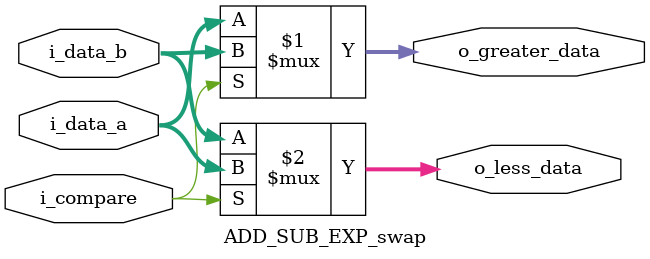
<source format=sv>
module ADD_SUB_EXP_swap #(
    parameter SIZE_DATA = 8
)(
    input logic [SIZE_DATA-1:0]     i_data_a        ,
    input logic [SIZE_DATA-1:0]     i_data_b        ,
    input logic                     i_compare       ,   // a < b
    output logic [SIZE_DATA-1:0]    o_less_data     ,
    output logic [SIZE_DATA-1:0]    o_greater_data  
);

assign o_greater_data  = (i_compare) ? i_data_b : i_data_a;
assign o_less_data     = (i_compare) ? i_data_a : i_data_b;

endmodule

</source>
